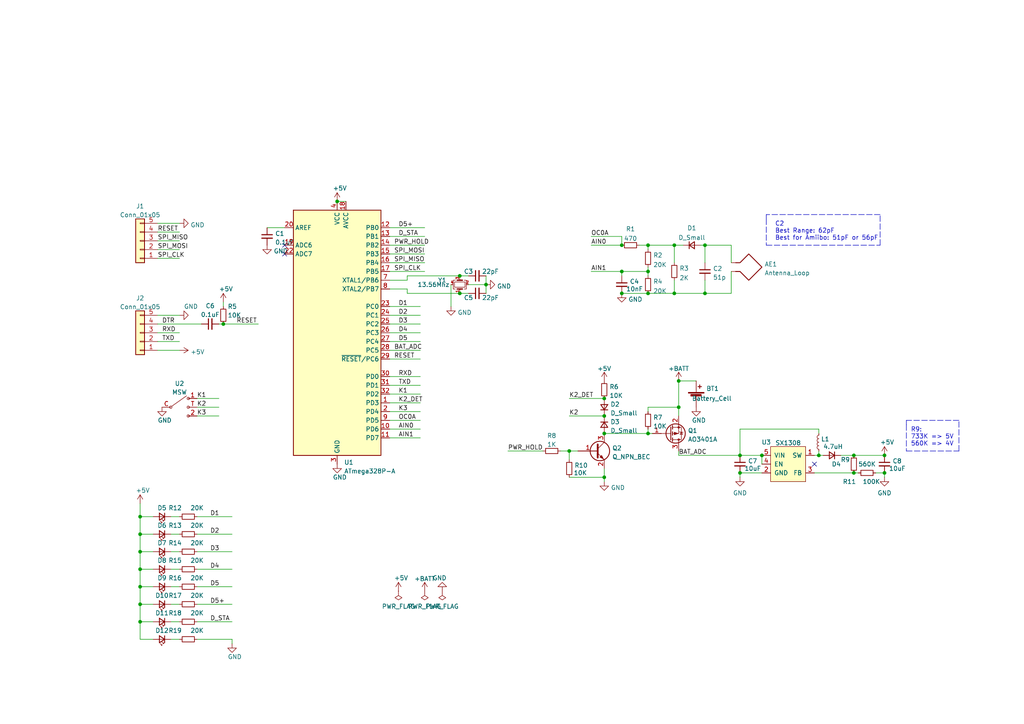
<source format=kicad_sch>
(kicad_sch (version 20211123) (generator eeschema)
  (paper "A4")
  (lib_symbols
    (symbol "Connector_Generic:Conn_01x05" (pin_names (offset 1.016) hide)
      (property "Reference" "J" (at 0 7.62 0))
      (property "Value" "Conn_01x05" (at 0 -7.62 0))
      (symbol "Conn_01x05_1_1"
        (rectangle (start -1.27 -4.953) (end 0 -5.207) (stroke (width 0.1524)))
        (rectangle (start -1.27 -2.413) (end 0 -2.667) (stroke (width 0.1524)))
        (rectangle (start -1.27 0.127) (end 0 -0.127) (stroke (width 0.1524)))
        (rectangle (start -1.27 2.667) (end 0 2.413) (stroke (width 0.1524)))
        (rectangle (start -1.27 5.207) (end 0 4.953) (stroke (width 0.1524)))
        (rectangle (start -1.27 6.35) (end 1.27 -6.35) (stroke (width 0.254)) (fill (type background)))
        (pin passive line (at -5.08 5.08 0) (length 3.81) (name "Pin_1") (number "1"))
        (pin passive line (at -5.08 2.54 0) (length 3.81) (name "Pin_2") (number "2"))
        (pin passive line (at -5.08 0 0) (length 3.81) (name "Pin_3") (number "3"))
        (pin passive line (at -5.08 -2.54 0) (length 3.81) (name "Pin_4") (number "4"))
        (pin passive line (at -5.08 -5.08 0) (length 3.81) (name "Pin_5") (number "5"))
      )
    )
    (symbol "Device:Antenna_Loop" (pin_numbers hide) (pin_names (offset 1.016) hide)
      (property "Reference" "AE" (at 1.27 6.35 0))
      (property "Value" "Antenna_Loop" (at 1.27 5.08 0))
      (symbol "Antenna_Loop_0_1"
        (polyline (pts (xy 2.54 -3.81) (xy 2.54 -2.54) (xy 5.08 0) (xy 1.27 3.81) (xy -2.54 0) (xy 0 -2.54) (xy 0 -3.81)) (stroke (width 0.254)))
      )
      (symbol "Antenna_Loop_1_1"
        (pin input line (at 0 -5.08 90) (length 2.54) (name "~") (number "1"))
        (pin input line (at 2.54 -5.08 90) (length 2.54) (name "~") (number "2"))
      )
    )
    (symbol "Device:Battery_Cell" (pin_numbers hide) (pin_names (offset 0) hide)
      (property "Reference" "BT" (at 2.54 2.54 0))
      (property "Value" "Battery_Cell" (at 2.54 0 0))
      (symbol "Battery_Cell_0_1"
        (rectangle (start -2.286 1.778) (end 2.286 1.524) (fill (type outline)))
        (rectangle (start -1.5748 1.1938) (end 1.4732 0.6858) (fill (type outline)))
        (polyline (pts (xy 0 0.762) (xy 0 0)))
        (polyline (pts (xy 0 1.778) (xy 0 2.54)))
        (polyline (pts (xy 0.508 3.429) (xy 1.524 3.429)) (stroke (width 0.254)))
        (polyline (pts (xy 1.016 3.937) (xy 1.016 2.921)) (stroke (width 0.254)))
      )
      (symbol "Battery_Cell_1_1"
        (pin passive line (at 0 5.08 270) (length 2.54) (name "+") (number "1"))
        (pin passive line (at 0 -2.54 90) (length 2.54) (name "-") (number "2"))
      )
    )
    (symbol "Device:C_Small" (pin_numbers hide) (pin_names (offset 0.254) hide)
      (property "Reference" "C" (at 0.254 1.778 0))
      (property "Value" "C_Small" (at 0.254 -2.032 0))
      (symbol "C_Small_0_1"
        (polyline (pts (xy -1.524 -0.508) (xy 1.524 -0.508)) (stroke (width 0.3302)))
        (polyline (pts (xy -1.524 0.508) (xy 1.524 0.508)) (stroke (width 0.3048)))
      )
      (symbol "C_Small_1_1"
        (pin passive line (at 0 2.54 270) (length 2.032) (name "~") (number "1"))
        (pin passive line (at 0 -2.54 90) (length 2.032) (name "~") (number "2"))
      )
    )
    (symbol "Device:Crystal_GND24_Small" (pin_names (offset 1.016) hide)
      (property "Reference" "Y" (at 1.27 4.445 0))
      (property "Value" "Crystal_GND24_Small" (at 1.27 2.54 0))
      (symbol "Crystal_GND24_Small_0_1"
        (rectangle (start -0.762 -1.524) (end 0.762 1.524))
        (polyline (pts (xy -1.27 -0.762) (xy -1.27 0.762)) (stroke (width 0.381)))
        (polyline (pts (xy 1.27 -0.762) (xy 1.27 0.762)) (stroke (width 0.381)))
        (polyline (pts (xy -1.27 -1.27) (xy -1.27 -1.905) (xy 1.27 -1.905) (xy 1.27 -1.27)))
        (polyline (pts (xy -1.27 1.27) (xy -1.27 1.905) (xy 1.27 1.905) (xy 1.27 1.27)))
      )
      (symbol "Crystal_GND24_Small_1_1"
        (pin passive line (at -2.54 0 0) (length 1.27) (name "1") (number "1"))
        (pin passive line (at 0 -2.54 90) (length 0.635) (name "2") (number "2"))
        (pin passive line (at 2.54 0 180) (length 1.27) (name "3") (number "3"))
        (pin passive line (at 0 2.54 270) (length 0.635) (name "4") (number "4"))
      )
    )
    (symbol "Device:D_Small" (pin_numbers hide) (pin_names (offset 0.254) hide)
      (property "Reference" "D" (at -1.27 2.032 0))
      (property "Value" "D_Small" (at -3.81 -2.032 0))
      (symbol "D_Small_0_1"
        (polyline (pts (xy -0.762 -1.016) (xy -0.762 1.016)) (stroke (width 0.254)))
        (polyline (pts (xy -0.762 0) (xy 0.762 0)))
        (polyline (pts (xy 0.762 -1.016) (xy -0.762 0) (xy 0.762 1.016) (xy 0.762 -1.016)) (stroke (width 0.254)))
      )
      (symbol "D_Small_1_1"
        (pin passive line (at -2.54 0 0) (length 1.778) (name "K") (number "1"))
        (pin passive line (at 2.54 0 180) (length 1.778) (name "A") (number "2"))
      )
    )
    (symbol "Device:LED_Small" (pin_numbers hide) (pin_names (offset 0.254) hide)
      (property "Reference" "D" (at -1.27 3.175 0))
      (property "Value" "LED_Small" (at -4.445 -2.54 0))
      (symbol "LED_Small_0_1"
        (polyline (pts (xy -0.762 -1.016) (xy -0.762 1.016)) (stroke (width 0.254)))
        (polyline (pts (xy 1.016 0) (xy -0.762 0)))
        (polyline (pts (xy 0.762 -1.016) (xy -0.762 0) (xy 0.762 1.016) (xy 0.762 -1.016)) (stroke (width 0.254)))
        (polyline (pts (xy 0 0.762) (xy -0.508 1.27) (xy -0.254 1.27) (xy -0.508 1.27) (xy -0.508 1.016)))
        (polyline (pts (xy 0.508 1.27) (xy 0 1.778) (xy 0.254 1.778) (xy 0 1.778) (xy 0 1.524)))
      )
      (symbol "LED_Small_1_1"
        (pin passive line (at -2.54 0 0) (length 1.778) (name "K") (number "1"))
        (pin passive line (at 2.54 0 180) (length 1.778) (name "A") (number "2"))
      )
    )
    (symbol "Device:L_Small" (pin_numbers hide) (pin_names (offset 0.254) hide)
      (property "Reference" "L" (at 0.762 1.016 0))
      (property "Value" "L_Small" (at 0.762 -1.016 0))
      (symbol "L_Small_0_1"
        (arc (start 0 -2.032) (mid 0.508 -1.524) (end 0 -1.016))
        (arc (start 0 -1.016) (mid 0.508 -0.508) (end 0 0))
        (arc (start 0 0) (mid 0.508 0.508) (end 0 1.016))
        (arc (start 0 1.016) (mid 0.508 1.524) (end 0 2.032))
      )
      (symbol "L_Small_1_1"
        (pin passive line (at 0 2.54 270) (length 0.508) (name "~") (number "1"))
        (pin passive line (at 0 -2.54 90) (length 0.508) (name "~") (number "2"))
      )
    )
    (symbol "Device:Q_NPN_BEC" (pin_names (offset 0) hide)
      (property "Reference" "Q" (at 5.08 1.27 0))
      (property "Value" "Q_NPN_BEC" (at 5.08 -1.27 0))
      (symbol "Q_NPN_BEC_0_1"
        (polyline (pts (xy 0.635 0.635) (xy 2.54 2.54)))
        (polyline (pts (xy 0.635 -0.635) (xy 2.54 -2.54) (xy 2.54 -2.54)))
        (polyline (pts (xy 0.635 1.905) (xy 0.635 -1.905) (xy 0.635 -1.905)) (stroke (width 0.508)))
        (polyline (pts (xy 1.27 -1.778) (xy 1.778 -1.27) (xy 2.286 -2.286) (xy 1.27 -1.778) (xy 1.27 -1.778)) (fill (type outline)))
        (circle (center 1.27 0) (radius 2.8194) (stroke (width 0.254)))
      )
      (symbol "Q_NPN_BEC_1_1"
        (pin input line (at -5.08 0 0) (length 5.715) (name "B") (number "1"))
        (pin passive line (at 2.54 -5.08 90) (length 2.54) (name "E") (number "2"))
        (pin passive line (at 2.54 5.08 270) (length 2.54) (name "C") (number "3"))
      )
    )
    (symbol "Device:R_Small" (pin_numbers hide) (pin_names (offset 0.254) hide)
      (property "Reference" "R" (at 0.762 0.508 0))
      (property "Value" "R_Small" (at 0.762 -1.016 0))
      (symbol "R_Small_0_1"
        (rectangle (start -0.762 1.778) (end 0.762 -1.778) (stroke (width 0.2032)))
      )
      (symbol "R_Small_1_1"
        (pin passive line (at 0 2.54 270) (length 0.762) (name "~") (number "1"))
        (pin passive line (at 0 -2.54 90) (length 0.762) (name "~") (number "2"))
      )
    )
    (symbol "MCU_Microchip_ATmega:ATmega328P-A"
      (property "Reference" "U" (at -12.7 36.83 0))
      (property "Value" "ATmega328P-A" (at 2.54 -36.83 0))
      (symbol "ATmega328P-A_0_1"
        (rectangle (start -12.7 -35.56) (end 12.7 35.56) (stroke (width 0.254)) (fill (type background)))
      )
      (symbol "ATmega328P-A_1_1"
        (pin bidirectional line (at 15.24 -20.32 180) (length 2.54) (name "PD3") (number "1"))
        (pin bidirectional line (at 15.24 -27.94 180) (length 2.54) (name "PD6") (number "10"))
        (pin bidirectional line (at 15.24 -30.48 180) (length 2.54) (name "PD7") (number "11"))
        (pin bidirectional line (at 15.24 30.48 180) (length 2.54) (name "PB0") (number "12"))
        (pin bidirectional line (at 15.24 27.94 180) (length 2.54) (name "PB1") (number "13"))
        (pin bidirectional line (at 15.24 25.4 180) (length 2.54) (name "PB2") (number "14"))
        (pin bidirectional line (at 15.24 22.86 180) (length 2.54) (name "PB3") (number "15"))
        (pin bidirectional line (at 15.24 20.32 180) (length 2.54) (name "PB4") (number "16"))
        (pin bidirectional line (at 15.24 17.78 180) (length 2.54) (name "PB5") (number "17"))
        (pin power_in line (at 2.54 38.1 270) (length 2.54) (name "AVCC") (number "18"))
        (pin input line (at -15.24 25.4 0) (length 2.54) (name "ADC6") (number "19"))
        (pin bidirectional line (at 15.24 -22.86 180) (length 2.54) (name "PD4") (number "2"))
        (pin passive line (at -15.24 30.48 0) (length 2.54) (name "AREF") (number "20"))
        (pin passive line (at 0 -38.1 90) (length 2.54) hide (name "GND") (number "21"))
        (pin input line (at -15.24 22.86 0) (length 2.54) (name "ADC7") (number "22"))
        (pin bidirectional line (at 15.24 7.62 180) (length 2.54) (name "PC0") (number "23"))
        (pin bidirectional line (at 15.24 5.08 180) (length 2.54) (name "PC1") (number "24"))
        (pin bidirectional line (at 15.24 2.54 180) (length 2.54) (name "PC2") (number "25"))
        (pin bidirectional line (at 15.24 0 180) (length 2.54) (name "PC3") (number "26"))
        (pin bidirectional line (at 15.24 -2.54 180) (length 2.54) (name "PC4") (number "27"))
        (pin bidirectional line (at 15.24 -5.08 180) (length 2.54) (name "PC5") (number "28"))
        (pin bidirectional line (at 15.24 -7.62 180) (length 2.54) (name "~{RESET}/PC6") (number "29"))
        (pin power_in line (at 0 -38.1 90) (length 2.54) (name "GND") (number "3"))
        (pin bidirectional line (at 15.24 -12.7 180) (length 2.54) (name "PD0") (number "30"))
        (pin bidirectional line (at 15.24 -15.24 180) (length 2.54) (name "PD1") (number "31"))
        (pin bidirectional line (at 15.24 -17.78 180) (length 2.54) (name "PD2") (number "32"))
        (pin power_in line (at 0 38.1 270) (length 2.54) (name "VCC") (number "4"))
        (pin passive line (at 0 -38.1 90) (length 2.54) hide (name "GND") (number "5"))
        (pin passive line (at 0 38.1 270) (length 2.54) hide (name "VCC") (number "6"))
        (pin bidirectional line (at 15.24 15.24 180) (length 2.54) (name "XTAL1/PB6") (number "7"))
        (pin bidirectional line (at 15.24 12.7 180) (length 2.54) (name "XTAL2/PB7") (number "8"))
        (pin bidirectional line (at 15.24 -25.4 180) (length 2.54) (name "PD5") (number "9"))
      )
    )
    (symbol "Mylib:MSW" (pin_names (offset 1.016))
      (property "Reference" "U" (at -2.54 -5.08 0))
      (property "Value" "MSW" (at 1.27 -5.08 0))
      (symbol "MSW_0_1"
        (circle (center -1.27 1.27) (radius 0.3556))
        (polyline (pts (xy -1.016 1.524) (xy 3.302 4.572)))
        (circle (center 3.81 -1.27) (radius 0.3556))
        (circle (center 3.81 1.27) (radius 0.3556))
        (circle (center 3.81 3.81) (radius 0.3556))
      )
      (symbol "MSW_1_1"
        (pin output line (at 6.35 3.81 180) (length 2.54) (name "~") (number "1"))
        (pin output line (at 6.35 -1.27 180) (length 2.54) (name "~") (number "2"))
        (pin passive line (at 5.08 -3.81 180) (length 2.54) hide (name "~") (number "5"))
        (pin passive line (at 5.08 -3.81 180) (length 2.54) hide (name "~") (number "6"))
        (pin passive line (at 5.08 -3.81 180) (length 2.54) hide (name "~") (number "7"))
        (pin passive line (at 5.08 -3.81 180) (length 2.54) hide (name "~") (number "8"))
        (pin input line (at -3.81 1.27 0) (length 2.54) (name "~") (number "C"))
        (pin output line (at 6.35 1.27 180) (length 2.54) (name "~") (number "T"))
      )
    )
    (symbol "Mylib:SX1308" (pin_names (offset 1.016))
      (property "Reference" "U" (at -3.81 -6.35 0))
      (property "Value" "SX1308" (at 6.35 -6.35 0))
      (symbol "SX1308_0_1"
        (rectangle (start -5.08 5.08) (end 5.08 -5.08) (fill (type background)))
      )
      (symbol "SX1308_1_1"
        (pin output line (at 7.62 2.54 180) (length 2.54) (name "SW") (number "1"))
        (pin input line (at -7.62 -2.54 0) (length 2.54) (name "GND") (number "2"))
        (pin input line (at 7.62 -2.54 180) (length 2.54) (name "FB") (number "3"))
        (pin input line (at -7.62 0 0) (length 2.54) (name "EN") (number "4"))
        (pin input line (at -7.62 2.54 0) (length 2.54) (name "VIN") (number "5"))
        (pin input line (at 7.62 0 180) (length 2.54) hide (name "NC") (number "6"))
      )
    )
    (symbol "Transistor_FET:AO3401A" (pin_names hide)
      (property "Reference" "Q" (at 5.08 1.905 0))
      (property "Value" "AO3401A" (at 5.08 0 0))
      (symbol "AO3401A_0_1"
        (polyline (pts (xy 0.254 0) (xy -2.54 0)))
        (polyline (pts (xy 0.254 1.905) (xy 0.254 -1.905)) (stroke (width 0.254)))
        (polyline (pts (xy 0.762 -1.27) (xy 0.762 -2.286)) (stroke (width 0.254)))
        (polyline (pts (xy 0.762 0.508) (xy 0.762 -0.508)) (stroke (width 0.254)))
        (polyline (pts (xy 0.762 2.286) (xy 0.762 1.27)) (stroke (width 0.254)))
        (polyline (pts (xy 2.54 2.54) (xy 2.54 1.778)))
        (polyline (pts (xy 2.54 -2.54) (xy 2.54 0) (xy 0.762 0)))
        (polyline (pts (xy 0.762 1.778) (xy 3.302 1.778) (xy 3.302 -1.778) (xy 0.762 -1.778)))
        (polyline (pts (xy 2.286 0) (xy 1.27 0.381) (xy 1.27 -0.381) (xy 2.286 0)) (fill (type outline)))
        (polyline (pts (xy 2.794 -0.508) (xy 2.921 -0.381) (xy 3.683 -0.381) (xy 3.81 -0.254)))
        (polyline (pts (xy 3.302 -0.381) (xy 2.921 0.254) (xy 3.683 0.254) (xy 3.302 -0.381)))
        (circle (center 1.651 0) (radius 2.794) (stroke (width 0.254)))
        (circle (center 2.54 -1.778) (radius 0.254) (fill (type outline)))
        (circle (center 2.54 1.778) (radius 0.254) (fill (type outline)))
      )
      (symbol "AO3401A_1_1"
        (pin input line (at -5.08 0 0) (length 2.54) (name "G") (number "1"))
        (pin passive line (at 2.54 -5.08 90) (length 2.54) (name "S") (number "2"))
        (pin passive line (at 2.54 5.08 270) (length 2.54) (name "D") (number "3"))
      )
    )
    (symbol "power:+5V" (power) (pin_names (offset 0))
      (property "Value" "+5V" (at 0 3.556 0))
      (symbol "+5V_0_1"
        (polyline (pts (xy -0.762 1.27) (xy 0 2.54)))
        (polyline (pts (xy 0 0) (xy 0 2.54)))
        (polyline (pts (xy 0 2.54) (xy 0.762 1.27)))
      )
      (symbol "+5V_1_1"
        (pin power_in line (at 0 0 90) (length 0) hide (name "+5V") (number "1"))
      )
    )
    (symbol "power:+BATT" (power) (pin_names (offset 0))
      (property "Value" "+BATT" (at 0 3.556 0))
      (symbol "+BATT_0_1"
        (polyline (pts (xy -0.762 1.27) (xy 0 2.54)))
        (polyline (pts (xy 0 0) (xy 0 2.54)))
        (polyline (pts (xy 0 2.54) (xy 0.762 1.27)))
      )
      (symbol "+BATT_1_1"
        (pin power_in line (at 0 0 90) (length 0) hide (name "+BATT") (number "1"))
      )
    )
    (symbol "power:GND" (power) (pin_names (offset 0))
      (property "Value" "GND" (at 0 -3.81 0))
      (symbol "GND_0_1"
        (polyline (pts (xy 0 0) (xy 0 -1.27) (xy 1.27 -1.27) (xy 0 -2.54) (xy -1.27 -1.27) (xy 0 -1.27)))
      )
      (symbol "GND_1_1"
        (pin power_in line (at 0 0 270) (length 0) hide (name "GND") (number "1"))
      )
    )
    (symbol "power:PWR_FLAG" (power) (pin_numbers hide) (pin_names (offset 0) hide)
      (property "Value" "PWR_FLAG" (at 0 3.81 0))
      (symbol "PWR_FLAG_0_0"
        (pin power_out line (at 0 0 90) (length 0) (name "pwr") (number "1"))
      )
      (symbol "PWR_FLAG_0_1"
        (polyline (pts (xy 0 0) (xy 0 1.27) (xy -1.016 1.905) (xy 0 2.54) (xy 1.016 1.905) (xy 0 1.27)))
      )
    )
  )
  (junction (at 256.54 132.08))
  (junction (at 40.64 160.02))
  (junction (at 196.85 110.49))
  (junction (at 97.79 58.42))
  (junction (at 40.64 154.94))
  (junction (at 175.26 120.65))
  (junction (at 187.96 71.12))
  (junction (at 214.63 132.08))
  (junction (at 180.34 78.74))
  (junction (at 133.35 80.01))
  (junction (at 40.64 165.1))
  (junction (at 40.64 180.34))
  (junction (at 195.58 85.09))
  (junction (at 220.98 132.08))
  (junction (at 40.64 149.86))
  (junction (at 247.65 132.08))
  (junction (at 133.35 85.09))
  (junction (at 196.85 118.11))
  (junction (at 40.64 170.18))
  (junction (at 180.34 85.09))
  (junction (at 247.65 137.16))
  (junction (at 204.47 85.09))
  (junction (at 204.47 71.12))
  (junction (at 180.34 71.12))
  (junction (at 256.54 137.16))
  (junction (at 187.96 125.73))
  (junction (at 140.97 82.55))
  (junction (at 165.1 130.81))
  (junction (at 175.26 138.43))
  (junction (at 64.77 93.98))
  (junction (at 195.58 71.12))
  (junction (at 187.96 85.09))
  (junction (at 187.96 78.74))
  (junction (at 40.64 175.26))
  (junction (at 175.26 115.57))
  (junction (at 214.63 137.16))
  (junction (at 237.49 132.08))
  (junction (at 175.26 125.73))
  (no_connect (at 236.22 134.62))
  (no_connect (at 82.55 71.12))
  (no_connect (at 82.55 73.66))
  (wire (pts (xy 195.58 71.12) (xy 198.12 71.12)))
  (wire (pts (xy 113.03 76.2) (xy 123.19 76.2)))
  (wire (pts (xy 187.96 71.12) (xy 187.96 72.39)))
  (wire (pts (xy 113.03 66.04) (xy 123.19 66.04)))
  (wire (pts (xy 214.63 132.08) (xy 214.63 124.46)))
  (wire (pts (xy 113.03 116.84) (xy 121.92 116.84)))
  (wire (pts (xy 195.58 85.09) (xy 204.47 85.09)))
  (wire (pts (xy 57.15 165.1) (xy 67.31 165.1)))
  (wire (pts (xy 49.53 149.86) (xy 52.07 149.86)))
  (wire (pts (xy 113.03 124.46) (xy 121.92 124.46)))
  (wire (pts (xy 57.15 115.57) (xy 63.5 115.57)))
  (wire (pts (xy 237.49 132.08) (xy 238.76 132.08)))
  (wire (pts (xy 45.72 99.06) (xy 52.07 99.06)))
  (wire (pts (xy 113.03 109.22) (xy 121.92 109.22)))
  (polyline (pts (xy 278.13 121.92) (xy 262.89 121.92)))
  (wire (pts (xy 44.45 149.86) (xy 40.64 149.86)))
  (wire (pts (xy 113.03 71.12) (xy 123.19 71.12)))
  (wire (pts (xy 45.72 69.85) (xy 52.07 69.85)))
  (polyline (pts (xy 262.89 121.92) (xy 262.89 123.19)))
  (wire (pts (xy 165.1 130.81) (xy 167.64 130.81)))
  (wire (pts (xy 57.15 175.26) (xy 67.31 175.26)))
  (wire (pts (xy 180.34 78.74) (xy 180.34 80.01)))
  (wire (pts (xy 147.32 130.81) (xy 157.48 130.81)))
  (wire (pts (xy 187.96 118.11) (xy 196.85 118.11)))
  (wire (pts (xy 118.11 85.09) (xy 133.35 85.09)))
  (wire (pts (xy 63.5 93.98) (xy 64.77 93.98)))
  (wire (pts (xy 113.03 78.74) (xy 123.19 78.74)))
  (wire (pts (xy 113.03 96.52) (xy 121.92 96.52)))
  (wire (pts (xy 204.47 71.12) (xy 204.47 76.2)))
  (wire (pts (xy 113.03 127) (xy 121.92 127)))
  (wire (pts (xy 40.64 149.86) (xy 40.64 154.94)))
  (wire (pts (xy 113.03 101.6) (xy 121.92 101.6)))
  (wire (pts (xy 113.03 104.14) (xy 121.92 104.14)))
  (wire (pts (xy 196.85 130.81) (xy 196.85 132.08)))
  (wire (pts (xy 237.49 124.46) (xy 237.49 125.73)))
  (wire (pts (xy 113.03 111.76) (xy 121.92 111.76)))
  (polyline (pts (xy 222.25 63.5) (xy 222.25 71.12)))
  (wire (pts (xy 187.96 77.47) (xy 187.96 78.74)))
  (wire (pts (xy 196.85 132.08) (xy 214.63 132.08)))
  (wire (pts (xy 180.34 78.74) (xy 187.96 78.74)))
  (wire (pts (xy 204.47 85.09) (xy 212.09 85.09)))
  (wire (pts (xy 165.1 120.65) (xy 175.26 120.65)))
  (wire (pts (xy 67.31 185.42) (xy 67.31 186.69)))
  (wire (pts (xy 204.47 71.12) (xy 212.09 71.12)))
  (polyline (pts (xy 255.27 71.12) (xy 255.27 62.23)))
  (wire (pts (xy 49.53 154.94) (xy 52.07 154.94)))
  (wire (pts (xy 204.47 81.28) (xy 204.47 85.09)))
  (wire (pts (xy 195.58 71.12) (xy 195.58 76.2)))
  (wire (pts (xy 113.03 93.98) (xy 121.92 93.98)))
  (wire (pts (xy 180.34 71.12) (xy 180.34 68.58)))
  (wire (pts (xy 40.64 160.02) (xy 40.64 165.1)))
  (wire (pts (xy 214.63 132.08) (xy 220.98 132.08)))
  (wire (pts (xy 40.64 160.02) (xy 44.45 160.02)))
  (wire (pts (xy 45.72 74.93) (xy 52.07 74.93)))
  (wire (pts (xy 140.97 80.01) (xy 140.97 82.55)))
  (wire (pts (xy 40.64 180.34) (xy 44.45 180.34)))
  (wire (pts (xy 214.63 137.16) (xy 220.98 137.16)))
  (wire (pts (xy 49.53 175.26) (xy 52.07 175.26)))
  (wire (pts (xy 187.96 71.12) (xy 195.58 71.12)))
  (wire (pts (xy 165.1 130.81) (xy 165.1 133.35)))
  (wire (pts (xy 118.11 80.01) (xy 118.11 81.28)))
  (wire (pts (xy 113.03 114.3) (xy 121.92 114.3)))
  (wire (pts (xy 64.77 87.63) (xy 64.77 88.9)))
  (polyline (pts (xy 222.25 62.23) (xy 222.25 63.5)))
  (wire (pts (xy 175.26 135.89) (xy 175.26 138.43)))
  (wire (pts (xy 40.64 165.1) (xy 40.64 170.18)))
  (wire (pts (xy 113.03 91.44) (xy 121.92 91.44)))
  (wire (pts (xy 140.97 82.55) (xy 140.97 85.09)))
  (wire (pts (xy 254 137.16) (xy 256.54 137.16)))
  (wire (pts (xy 212.09 71.12) (xy 212.09 76.2)))
  (wire (pts (xy 195.58 81.28) (xy 195.58 85.09)))
  (wire (pts (xy 187.96 118.11) (xy 187.96 119.38)))
  (wire (pts (xy 57.15 118.11) (xy 63.5 118.11)))
  (wire (pts (xy 256.54 137.16) (xy 256.54 138.43)))
  (wire (pts (xy 196.85 110.49) (xy 201.93 110.49)))
  (wire (pts (xy 203.2 71.12) (xy 204.47 71.12)))
  (wire (pts (xy 113.03 99.06) (xy 121.92 99.06)))
  (polyline (pts (xy 262.89 123.19) (xy 262.89 130.81)))
  (wire (pts (xy 40.64 154.94) (xy 40.64 160.02)))
  (wire (pts (xy 243.84 132.08) (xy 247.65 132.08)))
  (wire (pts (xy 49.53 180.34) (xy 52.07 180.34)))
  (polyline (pts (xy 222.25 71.12) (xy 255.27 71.12)))
  (wire (pts (xy 40.64 170.18) (xy 40.64 175.26)))
  (wire (pts (xy 40.64 175.26) (xy 44.45 175.26)))
  (wire (pts (xy 77.47 66.04) (xy 82.55 66.04)))
  (wire (pts (xy 44.45 185.42) (xy 40.64 185.42)))
  (wire (pts (xy 57.15 180.34) (xy 67.31 180.34)))
  (wire (pts (xy 196.85 118.11) (xy 196.85 120.65)))
  (polyline (pts (xy 278.13 130.81) (xy 278.13 121.92)))
  (wire (pts (xy 165.1 138.43) (xy 175.26 138.43)))
  (wire (pts (xy 40.64 170.18) (xy 44.45 170.18)))
  (wire (pts (xy 237.49 130.81) (xy 237.49 132.08)))
  (wire (pts (xy 113.03 73.66) (xy 123.19 73.66)))
  (wire (pts (xy 214.63 137.16) (xy 214.63 138.43)))
  (wire (pts (xy 187.96 124.46) (xy 187.96 125.73)))
  (wire (pts (xy 113.03 83.82) (xy 118.11 83.82)))
  (wire (pts (xy 57.15 149.86) (xy 67.31 149.86)))
  (wire (pts (xy 57.15 185.42) (xy 67.31 185.42)))
  (wire (pts (xy 118.11 83.82) (xy 118.11 85.09)))
  (wire (pts (xy 196.85 110.49) (xy 196.85 118.11)))
  (wire (pts (xy 162.56 130.81) (xy 165.1 130.81)))
  (wire (pts (xy 118.11 81.28) (xy 113.03 81.28)))
  (wire (pts (xy 57.15 160.02) (xy 67.31 160.02)))
  (wire (pts (xy 45.72 67.31) (xy 52.07 67.31)))
  (wire (pts (xy 40.64 165.1) (xy 44.45 165.1)))
  (wire (pts (xy 40.64 180.34) (xy 40.64 185.42)))
  (wire (pts (xy 135.89 82.55) (xy 140.97 82.55)))
  (wire (pts (xy 113.03 121.92) (xy 121.92 121.92)))
  (wire (pts (xy 171.45 78.74) (xy 180.34 78.74)))
  (wire (pts (xy 49.53 165.1) (xy 52.07 165.1)))
  (wire (pts (xy 113.03 68.58) (xy 123.19 68.58)))
  (wire (pts (xy 49.53 170.18) (xy 52.07 170.18)))
  (wire (pts (xy 237.49 132.08) (xy 236.22 132.08)))
  (wire (pts (xy 45.72 93.98) (xy 58.42 93.98)))
  (wire (pts (xy 212.09 78.74) (xy 212.09 85.09)))
  (wire (pts (xy 45.72 72.39) (xy 52.07 72.39)))
  (wire (pts (xy 214.63 124.46) (xy 237.49 124.46)))
  (wire (pts (xy 175.26 125.73) (xy 187.96 125.73)))
  (wire (pts (xy 187.96 125.73) (xy 189.23 125.73)))
  (wire (pts (xy 171.45 68.58) (xy 180.34 68.58)))
  (wire (pts (xy 40.64 154.94) (xy 44.45 154.94)))
  (wire (pts (xy 45.72 101.6) (xy 52.07 101.6)))
  (wire (pts (xy 165.1 115.57) (xy 175.26 115.57)))
  (wire (pts (xy 133.35 80.01) (xy 135.89 80.01)))
  (wire (pts (xy 64.77 93.98) (xy 74.93 93.98)))
  (wire (pts (xy 49.53 160.02) (xy 52.07 160.02)))
  (wire (pts (xy 130.81 82.55) (xy 130.81 88.9)))
  (polyline (pts (xy 255.27 62.23) (xy 222.25 62.23)))
  (wire (pts (xy 57.15 120.65) (xy 63.5 120.65)))
  (wire (pts (xy 180.34 85.09) (xy 187.96 85.09)))
  (wire (pts (xy 175.26 138.43) (xy 175.26 139.7)))
  (wire (pts (xy 45.72 96.52) (xy 52.07 96.52)))
  (wire (pts (xy 49.53 185.42) (xy 52.07 185.42)))
  (wire (pts (xy 133.35 85.09) (xy 135.89 85.09)))
  (wire (pts (xy 97.79 58.42) (xy 100.33 58.42)))
  (wire (pts (xy 236.22 137.16) (xy 247.65 137.16)))
  (wire (pts (xy 187.96 85.09) (xy 195.58 85.09)))
  (wire (pts (xy 57.15 154.94) (xy 67.31 154.94)))
  (wire (pts (xy 45.72 64.77) (xy 52.07 64.77)))
  (wire (pts (xy 220.98 132.08) (xy 220.98 134.62)))
  (wire (pts (xy 247.65 132.08) (xy 256.54 132.08)))
  (wire (pts (xy 113.03 119.38) (xy 121.92 119.38)))
  (wire (pts (xy 187.96 78.74) (xy 187.96 80.01)))
  (wire (pts (xy 247.65 137.16) (xy 248.92 137.16)))
  (wire (pts (xy 40.64 146.05) (xy 40.64 149.86)))
  (wire (pts (xy 113.03 88.9) (xy 121.92 88.9)))
  (wire (pts (xy 57.15 170.18) (xy 67.31 170.18)))
  (wire (pts (xy 40.64 175.26) (xy 40.64 180.34)))
  (wire (pts (xy 185.42 71.12) (xy 187.96 71.12)))
  (wire (pts (xy 171.45 71.12) (xy 180.34 71.12)))
  (polyline (pts (xy 262.89 130.81) (xy 278.13 130.81)))
  (wire (pts (xy 118.11 80.01) (xy 133.35 80.01)))
  (wire (pts (xy 45.72 91.44) (xy 52.07 91.44)))
  (text "R9: \n733K => 5V\n560K => 4V\n" (at 264.16 129.54 0) (effects (font (size 1.27 1.27)) (justify left bottom)))
  (text "C2\nBest Range: 62pF\nBest for Amiibo: 51pF or 56pF" (at 224.79 69.85 0) (effects (font (size 1.27 1.27)) (justify left bottom)))
  (label "RESET" (at 68.58 93.98 0))
  (label "PWR_HOLD" (at 147.32 130.81 0))
  (label "D3" (at 60.96 160.02 0))
  (label "D_STA" (at 115.57 68.58 0))
  (label "D2" (at 60.96 154.94 0))
  (label "DTR" (at 46.99 93.98 0))
  (label "AIN1" (at 115.57 127 0))
  (label "D1" (at 115.57 88.9 0))
  (label "D_STA" (at 60.96 180.34 0))
  (label "OC0A" (at 171.45 68.58 0))
  (label "RXD" (at 115.57 109.22 0))
  (label "D4" (at 115.57 96.52 0))
  (label "K3" (at 57.15 120.65 0))
  (label "BAT_ADC" (at 114.3 101.6 0))
  (label "SPI_MOSI" (at 114.3 73.66 0))
  (label "D5" (at 60.96 170.18 0))
  (label "D1" (at 60.96 149.86 0))
  (label "K2_DET" (at 115.57 116.84 0))
  (label "K1" (at 115.57 114.3 0))
  (label "SPI_MOSI" (at 45.72 72.39 0))
  (label "TXD" (at 115.57 111.76 0))
  (label "RXD" (at 46.99 96.52 0))
  (label "K2_DET" (at 165.1 115.57 0))
  (label "RESET" (at 114.3 104.14 0))
  (label "D4" (at 60.96 165.1 0))
  (label "D5" (at 115.57 99.06 0))
  (label "AIN0" (at 115.57 124.46 0))
  (label "PWR_HOLD" (at 114.3 71.12 0))
  (label "D5+" (at 115.57 66.04 0))
  (label "AIN0" (at 171.45 71.12 0))
  (label "D2" (at 115.57 91.44 0))
  (label "K2" (at 165.1 120.65 0))
  (label "SPI_MISO" (at 45.72 69.85 0))
  (label "D5+" (at 60.96 175.26 0))
  (label "TXD" (at 46.99 99.06 0))
  (label "BAT_ADC" (at 196.85 132.08 0))
  (label "RESET" (at 45.72 67.31 0))
  (label "SPI_CLK" (at 114.3 78.74 0))
  (label "K2" (at 57.15 118.11 0))
  (label "AIN1" (at 171.45 78.74 0))
  (label "SPI_MISO" (at 114.3 76.2 0))
  (label "D3" (at 115.57 93.98 0))
  (label "K1" (at 57.15 115.57 0))
  (label "OC0A" (at 115.57 121.92 0))
  (label "SPI_CLK" (at 45.72 74.93 0))
  (label "K3" (at 115.57 119.38 0))
  (symbol (lib_id "Device:R_Small") (at 54.61 154.94 270) (unit 1)
    (property "Reference" "R13" (at 50.8 152.4 90))
    (property "Value" "20K" (at 57.15 152.4 90))
    (property "Footprint" "Resistor_SMD:R_0402_1005Metric" (effects hide))
  )
  (symbol (lib_id "Device:D_Small") (at 200.66 71.12 0) (unit 1)
    (property "Reference" "D1" (at 200.66 66.1375 0))
    (property "Value" "D_Small" (at 200.66 68.9126 0))
    (property "Footprint" "Diode_SMD:D_SOD-323" (effects hide))
  )
  (symbol (lib_id "power:GND") (at 97.79 134.62 0) (unit 1)
    (property "Reference" "#PWR015" (effects hide))
    (property "Value" "GND" (at 96.52 138.43 0) (effects (justify left)))
  )
  (symbol (lib_id "power:+5V") (at 256.54 132.08 0) (unit 1)
    (property "Reference" "#PWR014" (effects hide))
    (property "Value" "+5V" (at 255.27 128.27 0) (effects (justify left)))
  )
  (symbol (lib_id "power:+5V") (at 175.26 110.49 0) (unit 1)
    (property "Reference" "#PWR010" (effects hide))
    (property "Value" "+5V" (at 175.26 106.9142 0))
  )
  (symbol (lib_id "power:PWR_FLAG") (at 115.57 171.45 180) (unit 1)
    (property "Reference" "#FLG01" (effects hide))
    (property "Value" "PWR_FLAG" (at 115.57 175.8934 0))
  )
  (symbol (lib_id "Device:R_Small") (at 54.61 165.1 270) (unit 1)
    (property "Reference" "R15" (at 50.8 162.56 90))
    (property "Value" "20K" (at 57.15 162.56 90))
    (property "Footprint" "Resistor_SMD:R_0402_1005Metric" (effects hide))
  )
  (symbol (lib_id "power:+5V") (at 52.07 101.6 270) (unit 1)
    (property "Reference" "#PWR09" (effects hide))
    (property "Value" "+5V" (at 55.245 102.079 90) (effects (justify left)))
  )
  (symbol (lib_id "Device:R_Small") (at 54.61 180.34 270) (unit 1)
    (property "Reference" "R18" (at 50.8 177.8 90))
    (property "Value" "20K" (at 57.15 177.8 90))
    (property "Footprint" "Resistor_SMD:R_0402_1005Metric" (effects hide))
  )
  (symbol (lib_id "power:GND") (at 77.47 71.12 0) (unit 1)
    (property "Reference" "#PWR03" (effects hide))
    (property "Value" "GND" (at 79.375 72.8238 0) (effects (justify left)))
  )
  (symbol (lib_id "Device:Antenna_Loop") (at 217.17 78.74 270) (mirror x) (unit 1)
    (property "Reference" "AE1" (at 221.742 76.6353 90) (effects (justify left)))
    (property "Value" "Antenna_Loop" (at 221.742 79.1722 90) (effects (justify left)))
    (property "Footprint" "MyLib:NFC_ANT2" (effects hide))
  )
  (symbol (lib_id "Device:LED_Small") (at 46.99 185.42 180) (unit 1)
    (property "Reference" "D12" (at 46.99 182.88 0))
    (property "Value" "LED_Small" (effects hide))
    (property "Footprint" "LED_SMD:LED_0402_1005Metric" (effects hide))
  )
  (symbol (lib_id "power:GND") (at 214.63 138.43 0) (unit 1)
    (property "Reference" "#PWR016" (effects hide))
    (property "Value" "GND" (at 214.63 142.9925 0))
  )
  (symbol (lib_id "power:GND") (at 128.27 171.45 180) (unit 1)
    (property "Reference" "#PWR022" (effects hide))
    (property "Value" "GND" (at 129.54 167.64 0) (effects (justify left)))
  )
  (symbol (lib_id "Connector_Generic:Conn_01x05") (at 40.64 69.85 180) (unit 1)
    (property "Reference" "J1" (at 40.64 59.8002 0))
    (property "Value" "Conn_01x05" (at 40.64 62.3371 0))
    (property "Footprint" "Connector_PinHeader_1.27mm:PinHeader_1x05_P1.27mm_Vertical" (effects hide))
  )
  (symbol (lib_id "Device:C_Small") (at 60.96 93.98 90) (unit 1)
    (property "Reference" "C6" (at 60.9663 88.7181 90))
    (property "Value" "0.1uF" (at 60.9663 91.255 90))
    (property "Footprint" "Capacitor_SMD:C_0402_1005Metric" (effects hide))
  )
  (symbol (lib_id "Device:LED_Small") (at 46.99 180.34 180) (unit 1)
    (property "Reference" "D11" (at 46.99 177.8 0))
    (property "Value" "LED_Small" (effects hide))
    (property "Footprint" "LED_SMD:LED_0402_1005Metric" (effects hide))
  )
  (symbol (lib_id "Mylib:SX1308") (at 228.6 134.62 0) (unit 1)
    (property "Reference" "U3" (at 222.25 128.27 0))
    (property "Value" "SX1308" (at 228.6 128.4756 0))
    (property "Footprint" "Package_TO_SOT_SMD:TSOT-23-6" (effects hide))
  )
  (symbol (lib_id "Device:R_Small") (at 160.02 130.81 270) (unit 1)
    (property "Reference" "R8" (at 160.02 126.3736 90))
    (property "Value" "1K" (at 160.02 128.9105 90))
    (property "Footprint" "Resistor_SMD:R_0402_1005Metric" (effects hide))
  )
  (symbol (lib_id "Device:LED_Small") (at 46.99 165.1 180) (unit 1)
    (property "Reference" "D8" (at 46.99 162.56 0))
    (property "Value" "LED_Small" (effects hide))
    (property "Footprint" "LED_SMD:LED_0402_1005Metric" (effects hide))
  )
  (symbol (lib_id "power:+5V") (at 64.77 87.63 0) (unit 1)
    (property "Reference" "#PWR06" (effects hide))
    (property "Value" "+5V" (at 63.5 83.82 0) (effects (justify left)))
  )
  (symbol (lib_id "power:GND") (at 180.34 85.09 0) (unit 1)
    (property "Reference" "#PWR05" (effects hide))
    (property "Value" "GND" (at 182.245 86.839 0) (effects (justify left)))
  )
  (symbol (lib_id "Device:R_Small") (at 165.1 135.89 180) (unit 1)
    (property "Reference" "R10" (at 166.5986 134.9815 0) (effects (justify right)))
    (property "Value" "10K" (at 166.37 137.16 0) (effects (justify right)))
    (property "Footprint" "Resistor_SMD:R_0402_1005Metric" (effects hide))
  )
  (symbol (lib_id "Device:R_Small") (at 175.26 113.03 180) (unit 1)
    (property "Reference" "R6" (at 176.7586 112.1953 0) (effects (justify right)))
    (property "Value" "10K" (at 176.7586 114.7322 0) (effects (justify right)))
    (property "Footprint" "Resistor_SMD:R_0402_1005Metric" (effects hide))
  )
  (symbol (lib_id "power:PWR_FLAG") (at 123.19 171.45 180) (unit 1)
    (property "Reference" "#FLG02" (effects hide))
    (property "Value" "PWR_FLAG" (at 123.19 175.8934 0))
  )
  (symbol (lib_id "Device:R_Small") (at 54.61 149.86 270) (unit 1)
    (property "Reference" "R12" (at 50.8 147.32 90))
    (property "Value" "20K" (at 57.15 147.32 90))
    (property "Footprint" "Resistor_SMD:R_0402_1005Metric" (effects hide))
  )
  (symbol (lib_id "power:+BATT") (at 123.19 171.45 0) (unit 1)
    (property "Reference" "#PWR021" (effects hide))
    (property "Value" "+BATT" (at 123.19 167.8742 0))
  )
  (symbol (lib_id "power:+5V") (at 115.57 171.45 0) (unit 1)
    (property "Reference" "#PWR020" (effects hide))
    (property "Value" "+5V" (at 114.3 167.64 0) (effects (justify left)))
  )
  (symbol (lib_id "power:GND") (at 46.99 118.11 0) (unit 1)
    (property "Reference" "#PWR012" (effects hide))
    (property "Value" "GND" (at 45.72 121.92 0) (effects (justify left)))
  )
  (symbol (lib_id "power:+5V") (at 40.64 146.05 0) (unit 1)
    (property "Reference" "#PWR019" (effects hide))
    (property "Value" "+5V" (at 39.37 142.24 0) (effects (justify left)))
  )
  (symbol (lib_id "power:GND") (at 140.97 82.55 90) (unit 1)
    (property "Reference" "#PWR04" (effects hide))
    (property "Value" "GND" (at 144.145 83.029 90) (effects (justify right)))
  )
  (symbol (lib_id "Device:C_Small") (at 180.34 82.55 0) (unit 1)
    (property "Reference" "C4" (at 182.6641 81.6478 0) (effects (justify left)))
    (property "Value" "10nF" (at 181.61 83.82 0) (effects (justify left)))
    (property "Footprint" "Capacitor_SMD:C_0402_1005Metric" (effects hide))
  )
  (symbol (lib_id "Device:C_Small") (at 138.43 85.09 90) (unit 1)
    (property "Reference" "C5" (at 135.89 86.36 90))
    (property "Value" "22pF" (at 142.24 86.36 90))
    (property "Footprint" "Capacitor_SMD:C_0402_1005Metric" (effects hide))
  )
  (symbol (lib_id "Device:Crystal_GND24_Small") (at 133.35 82.55 90) (unit 1)
    (property "Reference" "Y1" (at 128.27 81.28 90))
    (property "Value" "13.56Mhz" (at 125.73 82.55 90))
    (property "Footprint" "Crystal:Crystal_SMD_3225-4Pin_3.2x2.5mm" (effects hide))
  )
  (symbol (lib_id "Device:LED_Small") (at 46.99 170.18 180) (unit 1)
    (property "Reference" "D9" (at 46.99 167.64 0))
    (property "Value" "LED_Small" (effects hide))
    (property "Footprint" "LED_SMD:LED_0402_1005Metric" (effects hide))
  )
  (symbol (lib_id "Device:R_Small") (at 247.65 134.62 0) (unit 1)
    (property "Reference" "R9" (at 243.84 133.35 0) (effects (justify left)))
    (property "Value" "560K" (at 248.92 134.62 0) (effects (justify left)))
    (property "Footprint" "Resistor_SMD:R_0402_1005Metric" (effects hide))
  )
  (symbol (lib_id "Device:C_Small") (at 138.43 80.01 90) (unit 1)
    (property "Reference" "C3" (at 135.89 78.74 90))
    (property "Value" "22pF" (at 142.24 78.74 90))
    (property "Footprint" "Capacitor_SMD:C_0402_1005Metric" (effects hide))
  )
  (symbol (lib_id "Device:R_Small") (at 54.61 185.42 270) (unit 1)
    (property "Reference" "R19" (at 50.8 182.88 90))
    (property "Value" "20K" (at 57.15 182.88 90))
    (property "Footprint" "Resistor_SMD:R_0402_1005Metric" (effects hide))
  )
  (symbol (lib_id "Device:R_Small") (at 54.61 175.26 270) (unit 1)
    (property "Reference" "R17" (at 50.8 172.72 90))
    (property "Value" "20K" (at 57.15 172.72 90))
    (property "Footprint" "Resistor_SMD:R_0402_1005Metric" (effects hide))
  )
  (symbol (lib_id "Device:R_Small") (at 54.61 160.02 270) (unit 1)
    (property "Reference" "R14" (at 50.8 157.48 90))
    (property "Value" "20K" (at 57.15 157.48 90))
    (property "Footprint" "Resistor_SMD:R_0402_1005Metric" (effects hide))
  )
  (symbol (lib_id "Device:Q_NPN_BEC") (at 172.72 130.81 0) (unit 1)
    (property "Reference" "Q2" (at 177.5714 129.9753 0) (effects (justify left)))
    (property "Value" "Q_NPN_BEC" (at 177.5714 132.5122 0) (effects (justify left)))
    (property "Footprint" "Package_TO_SOT_SMD:SOT-23" (effects hide))
  )
  (symbol (lib_id "Device:R_Small") (at 187.96 74.93 180) (unit 1)
    (property "Reference" "R2" (at 189.4586 74.0215 0) (effects (justify right)))
    (property "Value" "20K" (at 189.4586 76.7966 0) (effects (justify right)))
    (property "Footprint" "Resistor_SMD:R_0402_1005Metric" (effects hide))
  )
  (symbol (lib_id "power:GND") (at 201.93 118.11 0) (unit 1)
    (property "Reference" "#PWR013" (effects hide))
    (property "Value" "GND" (at 200.66 121.92 0) (effects (justify left)))
  )
  (symbol (lib_id "Device:LED_Small") (at 46.99 154.94 180) (unit 1)
    (property "Reference" "D6" (at 46.99 152.4 0))
    (property "Value" "LED_Small" (effects hide))
    (property "Footprint" "LED_SMD:LED_0402_1005Metric" (effects hide))
  )
  (symbol (lib_id "Device:R_Small") (at 64.77 91.44 180) (unit 1)
    (property "Reference" "R5" (at 66.04 88.9 0) (effects (justify right)))
    (property "Value" "10K" (at 66.04 91.44 0) (effects (justify right)))
    (property "Footprint" "Resistor_SMD:R_0402_1005Metric" (effects hide))
  )
  (symbol (lib_id "Device:Battery_Cell") (at 201.93 115.57 0) (unit 1)
    (property "Reference" "BT1" (at 204.851 112.7033 0) (effects (justify left)))
    (property "Value" "Battery_Cell" (at 200.66 115.57 0) (effects (justify left)))
    (property "Footprint" "Battery:BatteryHolder_Keystone_3002_1x2032" (effects hide))
  )
  (symbol (lib_id "Device:R_Small") (at 182.88 71.12 90) (unit 1)
    (property "Reference" "R1" (at 182.88 66.4169 90))
    (property "Value" "470" (at 182.88 69.192 90))
    (property "Footprint" "Resistor_SMD:R_0402_1005Metric" (effects hide))
  )
  (symbol (lib_id "power:GND") (at 130.81 88.9 0) (unit 1)
    (property "Reference" "#PWR07" (effects hide))
    (property "Value" "GND" (at 132.715 90.649 0) (effects (justify left)))
  )
  (symbol (lib_id "Mylib:MSW") (at 50.8 119.38 0) (unit 1)
    (property "Reference" "U2" (at 52.07 111.2352 0))
    (property "Value" "MSW" (at 52.07 113.7721 0))
    (property "Footprint" "MyLib:MSW" (effects hide))
  )
  (symbol (lib_id "power:GND") (at 256.54 138.43 0) (unit 1)
    (property "Reference" "#PWR017" (effects hide))
    (property "Value" "GND" (at 256.54 142.9925 0))
  )
  (symbol (lib_id "Device:L_Small") (at 237.49 128.27 180) (unit 1)
    (property "Reference" "L1" (at 238.125 127.3615 0) (effects (justify right)))
    (property "Value" "4.7uH" (at 238.76 129.54 0) (effects (justify right)))
    (property "Footprint" "Inductor_SMD:L_0805_2012Metric" (effects hide))
  )
  (symbol (lib_id "Device:R_Small") (at 54.61 170.18 270) (unit 1)
    (property "Reference" "R16" (at 50.8 167.64 90))
    (property "Value" "20K" (at 57.15 167.64 90))
    (property "Footprint" "Resistor_SMD:R_0402_1005Metric" (effects hide))
  )
  (symbol (lib_id "Device:LED_Small") (at 46.99 149.86 180) (unit 1)
    (property "Reference" "D5" (at 46.99 147.32 0))
    (property "Value" "LED_Small" (effects hide))
    (property "Footprint" "LED_SMD:LED_0402_1005Metric" (effects hide))
  )
  (symbol (lib_id "Device:R_Small") (at 251.46 137.16 270) (unit 1)
    (property "Reference" "R11" (at 246.38 139.7 90))
    (property "Value" "100K" (at 252.73 139.7 90))
    (property "Footprint" "Resistor_SMD:R_0402_1005Metric" (effects hide))
  )
  (symbol (lib_id "Transistor_FET:AO3401A") (at 194.31 125.73 0) (mirror x) (unit 1)
    (property "Reference" "Q1" (at 199.517 124.8953 0) (effects (justify left)))
    (property "Value" "AO3401A" (at 199.517 127.4322 0) (effects (justify left)))
    (property "Footprint" "Package_TO_SOT_SMD:SOT-23" (effects hide))
    (property "Datasheet" "http://www.aosmd.com/pdfs/datasheet/AO3401A.pdf" (effects hide))
  )
  (symbol (lib_id "power:GND") (at 52.07 64.77 90) (unit 1)
    (property "Reference" "#PWR02" (effects hide))
    (property "Value" "GND" (at 55.245 65.249 90) (effects (justify right)))
  )
  (symbol (lib_id "power:GND") (at 67.31 186.69 0) (unit 1)
    (property "Reference" "#PWR023" (effects hide))
    (property "Value" "GND" (at 66.04 190.5 0) (effects (justify left)))
  )
  (symbol (lib_id "Device:R_Small") (at 187.96 121.92 180) (unit 1)
    (property "Reference" "R7" (at 189.4586 121.0853 0) (effects (justify right)))
    (property "Value" "10K" (at 189.4586 123.6222 0) (effects (justify right)))
    (property "Footprint" "Resistor_SMD:R_0402_1005Metric" (effects hide))
  )
  (symbol (lib_id "power:+BATT") (at 196.85 110.49 0) (unit 1)
    (property "Reference" "#PWR011" (effects hide))
    (property "Value" "+BATT" (at 196.85 106.9142 0))
  )
  (symbol (lib_id "Device:C_Small") (at 256.54 134.62 0) (unit 1)
    (property "Reference" "C8" (at 258.8641 133.7178 0) (effects (justify left)))
    (property "Value" "10uF" (at 257.81 135.89 0) (effects (justify left)))
    (property "Footprint" "Capacitor_SMD:C_0603_1608Metric" (effects hide))
  )
  (symbol (lib_id "Device:LED_Small") (at 46.99 160.02 180) (unit 1)
    (property "Reference" "D7" (at 46.99 157.48 0))
    (property "Value" "LED_Small" (effects hide))
    (property "Footprint" "LED_SMD:LED_0402_1005Metric" (effects hide))
  )
  (symbol (lib_id "power:+5V") (at 97.79 58.42 0) (unit 1)
    (property "Reference" "#PWR01" (effects hide))
    (property "Value" "+5V" (at 96.52 54.61 0) (effects (justify left)))
  )
  (symbol (lib_id "Device:C_Small") (at 204.47 78.74 0) (unit 1)
    (property "Reference" "C2" (at 206.7941 77.9116 0) (effects (justify left)))
    (property "Value" "51p" (at 206.7941 80.4485 0) (effects (justify left)))
    (property "Footprint" "Capacitor_SMD:C_0402_1005Metric" (effects hide))
  )
  (symbol (lib_id "Device:D_Small") (at 175.26 118.11 90) (unit 1)
    (property "Reference" "D2" (at 177.038 117.2753 90) (effects (justify right)))
    (property "Value" "D_Small" (at 177.038 119.8122 90) (effects (justify right)))
    (property "Footprint" "Diode_SMD:D_SOD-323" (effects hide))
  )
  (symbol (lib_id "Device:D_Small") (at 241.3 132.08 180) (unit 1)
    (property "Reference" "D4" (at 242.57 134.62 0))
    (property "Value" "D_Small" (effects hide))
    (property "Footprint" "Diode_SMD:D_SOD-323" (effects hide))
  )
  (symbol (lib_id "power:PWR_FLAG") (at 128.27 171.45 180) (unit 1)
    (property "Reference" "#FLG03" (effects hide))
    (property "Value" "PWR_FLAG" (at 128.27 175.8934 0))
  )
  (symbol (lib_id "Device:C_Small") (at 77.47 68.58 0) (unit 1)
    (property "Reference" "C1" (at 79.7941 67.7516 0) (effects (justify left)))
    (property "Value" "0.1uF" (at 79.7941 70.2885 0) (effects (justify left)))
    (property "Footprint" "Capacitor_SMD:C_0402_1005Metric" (effects hide))
  )
  (symbol (lib_id "Connector_Generic:Conn_01x05") (at 40.64 96.52 180) (unit 1)
    (property "Reference" "J2" (at 40.64 86.4702 0))
    (property "Value" "Conn_01x05" (at 40.64 89.0071 0))
    (property "Footprint" "Connector_PinHeader_1.27mm:PinHeader_1x05_P1.27mm_Vertical" (effects hide))
  )
  (symbol (lib_id "Device:R_Small") (at 187.96 82.55 180) (unit 1)
    (property "Reference" "R4" (at 189.4586 81.6415 0) (effects (justify right)))
    (property "Value" "20K" (at 189.4586 84.4166 0) (effects (justify right)))
    (property "Footprint" "Resistor_SMD:R_0402_1005Metric" (effects hide))
  )
  (symbol (lib_id "MCU_Microchip_ATmega:ATmega328P-A") (at 97.79 96.52 0) (unit 1)
    (property "Reference" "U1" (at 99.8094 134.1104 0) (effects (justify left)))
    (property "Value" "ATmega328P-A" (at 99.8094 136.6473 0) (effects (justify left)))
    (property "Footprint" "Package_QFP:TQFP-32_7x7mm_P0.8mm" (effects hide))
    (property "Datasheet" "http://ww1.microchip.com/downloads/en/DeviceDoc/ATmega328_P%20AVR%20MCU%20with%20picoPower%20Technology%20Data%20Sheet%2040001984A.pdf" (effects hide))
  )
  (symbol (lib_id "Device:D_Small") (at 175.26 123.19 270) (unit 1)
    (property "Reference" "D3" (at 177.038 122.3553 90) (effects (justify left)))
    (property "Value" "D_Small" (at 177.038 124.8922 90) (effects (justify left)))
    (property "Footprint" "Diode_SMD:D_SOD-323" (effects hide))
  )
  (symbol (lib_id "power:GND") (at 175.26 139.7 0) (unit 1)
    (property "Reference" "#PWR018" (effects hide))
    (property "Value" "GND" (at 177.165 141.449 0) (effects (justify left)))
  )
  (symbol (lib_id "Device:C_Small") (at 214.63 134.62 0) (unit 1)
    (property "Reference" "C7" (at 216.9541 133.7178 0) (effects (justify left)))
    (property "Value" "10uF" (at 215.9 135.89 0) (effects (justify left)))
    (property "Footprint" "Capacitor_SMD:C_0603_1608Metric" (effects hide))
  )
  (symbol (lib_id "Device:R_Small") (at 195.58 78.74 180) (unit 1)
    (property "Reference" "R3" (at 197.0786 77.8315 0) (effects (justify right)))
    (property "Value" "2K" (at 197.0786 80.6066 0) (effects (justify right)))
    (property "Footprint" "Resistor_SMD:R_0402_1005Metric" (effects hide))
  )
  (symbol (lib_id "power:GND") (at 52.07 91.44 90) (unit 1)
    (property "Reference" "#PWR08" (effects hide))
    (property "Value" "GND" (at 53.34 88.9 90) (effects (justify right)))
  )
  (symbol (lib_id "Device:LED_Small") (at 46.99 175.26 180) (unit 1)
    (property "Reference" "D10" (at 46.99 172.72 0))
    (property "Value" "LED_Small" (effects hide))
    (property "Footprint" "LED_SMD:LED_0402_1005Metric" (effects hide))
  )
)
</source>
